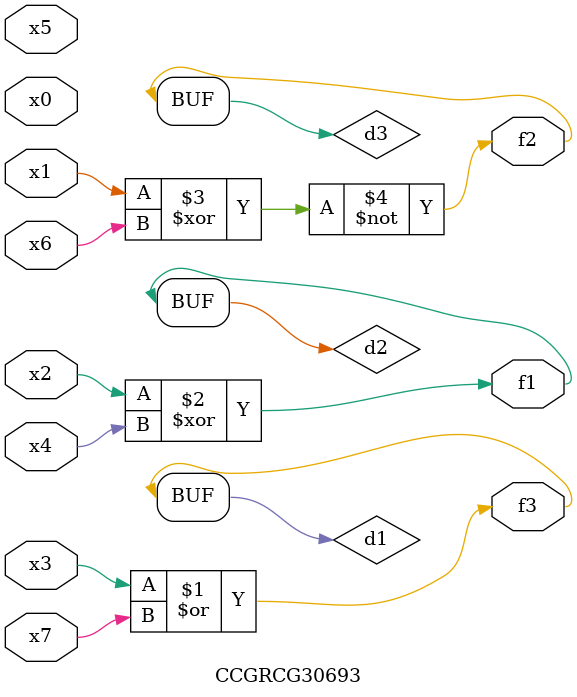
<source format=v>
module CCGRCG30693(
	input x0, x1, x2, x3, x4, x5, x6, x7,
	output f1, f2, f3
);

	wire d1, d2, d3;

	or (d1, x3, x7);
	xor (d2, x2, x4);
	xnor (d3, x1, x6);
	assign f1 = d2;
	assign f2 = d3;
	assign f3 = d1;
endmodule

</source>
